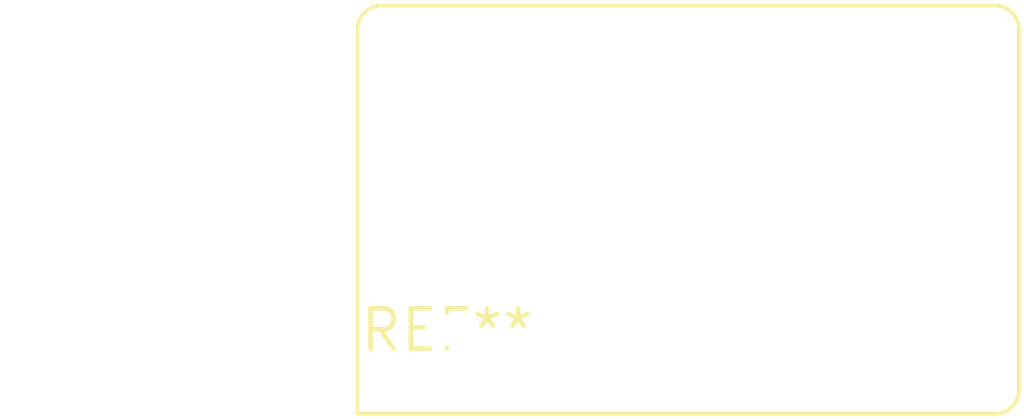
<source format=kicad_pcb>
(kicad_pcb (version 20240108) (generator pcbnew)
  (layers (0 "F.Cu" signal) (31 "B.Cu" signal) (34 "B.Paste" user) (35 "F.Paste" user) (36 "B.SilkS" user "B.Silkscreen") (37 "F.SilkS" user "F.Silkscreen") (38 "B.Mask" user) (39 "F.Mask" user) (44 "Edge.Cuts" user))
  (net 0 "")
  (footprint "Oscillator_DIP-14_LargePads" (layer "F.Cu") (at 0 0)
    (property "Reference" "REF**")
    (property "Value" "Oscillator_DIP-14_LargePads")
    (fp_line (start -2.83 -9.51) (end -2.83 2.64) (layer "F.SilkS") (stroke (width 0.12)))
    (fp_line (start -2.83 2.64) (end 17.32 2.64) (layer "F.SilkS") (stroke (width 0.12)))
    (fp_line (start 17.32 -10.26) (end -2.08 -10.26) (layer "F.SilkS") (stroke (width 0.12)))
    (fp_line (start 18.07 1.89) (end 18.07 -9.51) (layer "F.SilkS") (stroke (width 0.12)))
    (fp_arc (start -2.83 -9.51) (mid -2.61033 -10.04033) (end -2.08 -10.26) (layer "F.SilkS") (stroke (width 0.12)))
    (fp_arc (start 17.32 -10.26) (mid 17.85033 -10.04033) (end 18.07 -9.51) (layer "F.SilkS") (stroke (width 0.12)))
    (fp_arc (start 18.07 1.89) (mid 17.85033 2.42033) (end 17.32 2.64) (layer "F.SilkS") (stroke (width 0.12)))
    (pad "1" thru_hole rect (at 0 0) (size 2.5 2.5) (drill 1) (layers *.Cu *.Mask) (remove_unused_layers))
    (pad "7" thru_hole circle (at 15.24 0) (size 2.5 2.5) (drill 1) (layers *.Cu *.Mask) (remove_unused_layers))
    (pad "8" thru_hole circle (at 15.24 -7.62) (size 2.5 2.5) (drill 1) (layers *.Cu *.Mask) (remove_unused_layers))
    (pad "14" thru_hole circle (at 0 -7.62) (size 2.5 2.5) (drill 1) (layers *.Cu *.Mask) (remove_unused_layers))
  )
)
</source>
